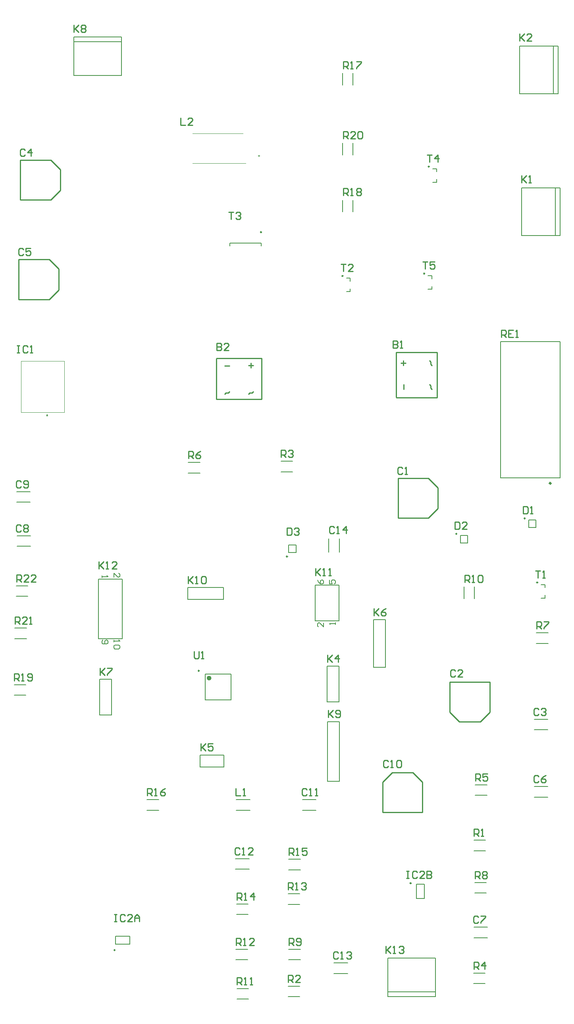
<source format=gto>
G04*
G04 #@! TF.GenerationSoftware,Altium Limited,Altium Designer,23.2.1 (34)*
G04*
G04 Layer_Color=65535*
%FSLAX25Y25*%
%MOIN*%
G70*
G04*
G04 #@! TF.SameCoordinates,93AA6E6A-2443-478F-AA38-481D138D9A8A*
G04*
G04*
G04 #@! TF.FilePolarity,Positive*
G04*
G01*
G75*
%ADD10C,0.00984*%
%ADD11C,0.01575*%
%ADD12C,0.01181*%
%ADD13C,0.01968*%
%ADD14C,0.00787*%
%ADD15C,0.00500*%
%ADD16C,0.00394*%
%ADD17C,0.01000*%
%ADD18C,0.00800*%
D10*
X526992Y361221D02*
G03*
X526992Y361221I-492J0D01*
G01*
X459118Y402067D02*
G03*
X459118Y402067I-492J0D01*
G01*
X516555Y415067D02*
G03*
X516555Y415067I-492J0D01*
G01*
X420724Y108890D02*
G03*
X420724Y108890I-492J0D01*
G01*
X172102Y52732D02*
G03*
X172102Y52732I-492J0D01*
G01*
X242750Y287122D02*
G03*
X242750Y287122I-492J0D01*
G01*
X316925Y383063D02*
G03*
X316925Y383063I-492J0D01*
G01*
X363555Y618480D02*
G03*
X363555Y618480I-492J0D01*
G01*
X295102Y655272D02*
G03*
X295102Y655272I-492J0D01*
G01*
X435992Y710240D02*
G03*
X435992Y710240I-492J0D01*
G01*
X432055Y620480D02*
G03*
X432055Y620480I-492J0D01*
G01*
D11*
X537948Y444457D02*
G03*
X537948Y444457I-495J0D01*
G01*
D12*
X115000Y501642D02*
G03*
X115000Y501248I0J-197D01*
G01*
D02*
G03*
X115000Y501642I0J197D01*
G01*
D13*
X252004Y280980D02*
G03*
X252004Y280980I-984J0D01*
G01*
D14*
X292965Y719594D02*
G03*
X292965Y718807I0J-394D01*
G01*
D02*
G03*
X292965Y719594I0J394D01*
G01*
X529787Y359488D02*
X532996D01*
Y356890D02*
Y359488D01*
X529787Y347992D02*
X532996D01*
Y350591D01*
X495736Y449169D02*
Y563342D01*
X545736D01*
Y449169D02*
Y563342D01*
X495736Y449169D02*
X545736D01*
X465071Y347826D02*
Y357692D01*
X473929Y347826D02*
Y357692D01*
X525826Y318929D02*
X535692D01*
X525826Y310071D02*
X535692D01*
X233567Y461929D02*
X243433D01*
X233567Y453071D02*
X243433D01*
X311308Y462929D02*
X321174D01*
X311308Y454071D02*
X321174D01*
X461992Y394252D02*
Y400748D01*
Y394252D02*
X468134D01*
Y400748D01*
X461992D02*
X468134D01*
X519429Y407252D02*
Y413748D01*
Y407252D02*
X525571D01*
Y413748D01*
X519429D02*
X525571D01*
X317326Y91071D02*
X327192D01*
X317326Y99929D02*
X327192D01*
X317826Y128929D02*
X327692D01*
X317826Y120071D02*
X327692D01*
X274067Y91429D02*
X283933D01*
X274067Y82571D02*
X283933D01*
X273567Y53429D02*
X283433D01*
X273567Y44571D02*
X283433D01*
X274326Y11571D02*
X284192D01*
X274326Y20429D02*
X284192D01*
X317808Y53429D02*
X327674D01*
X317808Y44571D02*
X327674D01*
X474067Y100571D02*
X483933D01*
X474067Y109429D02*
X483933D01*
X474567Y191429D02*
X484433D01*
X474567Y182571D02*
X484433D01*
X473067Y33429D02*
X482933D01*
X473067Y24571D02*
X482933D01*
X317308Y13571D02*
X327174D01*
X317308Y22429D02*
X327174D01*
X473308Y136071D02*
X483174D01*
X473308Y144929D02*
X483174D01*
X425154Y95898D02*
X431846D01*
X425154Y108102D02*
X431846D01*
Y95898D02*
Y108102D01*
X425154Y95898D02*
Y108102D01*
X184602Y57654D02*
Y64346D01*
X172398Y57654D02*
Y64346D01*
X184602D01*
X172398Y57654D02*
X184602D01*
X355932Y33059D02*
X367373D01*
X355932Y41941D02*
X367373D01*
X273279Y120559D02*
X284721D01*
X273279Y129441D02*
X284721D01*
X473432Y63059D02*
X484873D01*
X473432Y71941D02*
X484873D01*
X524127Y181059D02*
X535568D01*
X524127Y189941D02*
X535568D01*
X524127Y237559D02*
X535568D01*
X524127Y246441D02*
X535568D01*
X247673Y262673D02*
Y284327D01*
Y262673D02*
X269327D01*
Y284327D01*
X247673D02*
X269327D01*
X89067Y349571D02*
X98933D01*
X89067Y358429D02*
X98933D01*
X87826Y314071D02*
X97692D01*
X87826Y322929D02*
X97692D01*
X87326Y275429D02*
X97192D01*
X87326Y266571D02*
X97192D01*
X198826Y178929D02*
X208692D01*
X198826Y170071D02*
X208692D01*
X273932Y178941D02*
X285373D01*
X273932Y170059D02*
X285373D01*
X158000Y314000D02*
X178000D01*
X158000Y364000D02*
X178000D01*
Y314000D02*
Y364000D01*
X158000Y314000D02*
Y364000D01*
X360000Y339833D02*
Y359000D01*
Y329000D02*
Y359000D01*
X340000Y329000D02*
Y359000D01*
Y329000D02*
X360000D01*
X340000Y359000D02*
X360000D01*
X263000Y347000D02*
Y357000D01*
X233000Y347000D02*
X263000D01*
X233000D02*
Y357000D01*
X263000D01*
X350500Y244500D02*
X360500D01*
Y194500D02*
Y244500D01*
X350500Y194500D02*
Y244500D01*
Y194500D02*
X360500D01*
X159000Y250000D02*
X169000D01*
X159000D02*
Y280000D01*
X169000D01*
Y250000D02*
Y280000D01*
X389000Y330000D02*
X399000D01*
Y290000D02*
Y330000D01*
X389000Y290000D02*
Y330000D01*
Y290000D02*
X399000D01*
X243500Y216500D02*
X263500D01*
X243500Y206500D02*
Y216500D01*
Y206500D02*
X263500D01*
Y216500D01*
X350000Y261000D02*
X360000D01*
X350000D02*
Y291000D01*
X360000D01*
Y261000D02*
Y291000D01*
X317752Y386429D02*
X324248D01*
Y392571D01*
X317752D02*
X324248D01*
X317752Y386429D02*
Y392571D01*
X351559Y386627D02*
Y398068D01*
X360441Y386627D02*
Y398068D01*
X329432Y170059D02*
X340873D01*
X329432Y178941D02*
X340873D01*
X89432Y428559D02*
X100873D01*
X89432Y437441D02*
X100873D01*
X89627Y391559D02*
X101068D01*
X89627Y400441D02*
X101068D01*
X369559Y605252D02*
Y607850D01*
X366350Y605252D02*
X369559D01*
Y614150D02*
Y616748D01*
X366350D02*
X369559D01*
X363071Y778826D02*
Y788692D01*
X371929Y778826D02*
Y788692D01*
Y672308D02*
Y682174D01*
X363071Y672308D02*
Y682174D01*
X268311Y643657D02*
Y646020D01*
X294689D01*
Y643657D02*
Y646020D01*
X441996Y697012D02*
Y699610D01*
X438787Y697012D02*
X441996D01*
Y705909D02*
Y708508D01*
X438787D02*
X441996D01*
X438059Y607252D02*
Y609850D01*
X434850Y607252D02*
X438059D01*
Y616150D02*
Y618748D01*
X434850D02*
X438059D01*
X363071Y720067D02*
Y729933D01*
X371929Y720067D02*
Y729933D01*
D15*
X540205Y771500D02*
Y811500D01*
X511858Y771500D02*
X540205D01*
X544142D01*
Y811500D01*
X540205D02*
X544142D01*
X511858D02*
X540205D01*
X511858Y771500D02*
Y811500D01*
X541705Y652500D02*
Y692500D01*
X513358Y652500D02*
X541705D01*
X545642D01*
Y692500D01*
X541705D02*
X545642D01*
X513358D02*
X541705D01*
X513358Y652500D02*
Y692500D01*
X401000Y17795D02*
X441000D01*
X401000D02*
Y46142D01*
Y13858D02*
Y17795D01*
Y13858D02*
X441000D01*
Y17795D01*
Y46142D01*
X401000D02*
X441000D01*
X137500Y786858D02*
X177500D01*
X137500D02*
Y815205D01*
Y819142D01*
X177500D01*
Y815205D02*
Y819142D01*
Y786858D02*
Y815205D01*
X137500D02*
X177500D01*
D16*
X92953Y504201D02*
Y547114D01*
X129567D01*
Y504201D02*
Y547114D01*
X92953Y504201D02*
X129567D01*
X237098Y713098D02*
X281902D01*
X237098Y737902D02*
X279500D01*
D17*
X116768Y632232D02*
X124732Y624268D01*
Y615500D02*
Y624268D01*
Y606768D02*
Y615500D01*
X116732Y598768D02*
X124732Y606768D01*
X91268Y598768D02*
X116732D01*
X91268D02*
Y632197D01*
X91232Y632232D02*
X116768D01*
X118079Y715732D02*
X126043Y707768D01*
Y699000D02*
Y707768D01*
Y690268D02*
Y699000D01*
X118043Y682268D02*
X126043Y690268D01*
X92579Y682268D02*
X118043D01*
X92579D02*
Y715697D01*
X92543Y715732D02*
X118079D01*
X435268Y448732D02*
X443232Y440768D01*
Y432000D02*
Y440768D01*
Y423268D02*
Y432000D01*
X435232Y415268D02*
X443232Y423268D01*
X409768Y415268D02*
X435232D01*
X409768D02*
Y448697D01*
X409732Y448732D02*
X435268D01*
X267803Y515071D02*
X276000D01*
X256993D02*
X263221D01*
X256993D02*
Y534077D01*
X263221Y515071D02*
X267803D01*
X276000D02*
X277969D01*
X256993Y548993D02*
X257327Y549327D01*
X269504D01*
X295007Y534077D02*
Y549327D01*
X282496D02*
X295007D01*
X256993Y534077D02*
Y548993D01*
X295007Y532000D02*
Y534077D01*
Y515071D02*
Y532000D01*
X269504Y549327D02*
X282496D01*
X277969Y515071D02*
X295007D01*
X442429Y527303D02*
Y535500D01*
Y516493D02*
Y522721D01*
X423423Y516493D02*
X442429D01*
Y522721D02*
Y527303D01*
Y535500D02*
Y537469D01*
X408173Y516827D02*
X408507Y516493D01*
X408173Y516827D02*
Y529004D01*
Y554507D02*
X423423D01*
X408173Y541996D02*
Y554507D01*
X408507Y516493D02*
X423423D01*
Y554507D02*
X425500D01*
X442429D01*
X408173Y529004D02*
Y541996D01*
X442429Y537469D02*
Y554507D01*
X478768Y244268D02*
X486732Y252232D01*
X470000Y244268D02*
X478768D01*
X461268D02*
X470000D01*
X453268Y252268D02*
X461268Y244268D01*
X453268Y252268D02*
Y277732D01*
X486697D01*
X486732Y252232D02*
Y277768D01*
X396768Y193768D02*
X404732Y201732D01*
X413500D01*
X422232D01*
X430232Y193732D01*
Y168268D02*
Y193732D01*
X396803Y168268D02*
X430232D01*
X396768Y168232D02*
Y193768D01*
X264000Y519500D02*
X265000Y520500D01*
X266999D01*
X267999Y521499D01*
X284000Y519500D02*
X285000Y520500D01*
X286999D01*
X287999Y521499D01*
X264000Y543000D02*
X267999D01*
X284000Y543499D02*
X287999D01*
X285999Y545499D02*
Y541500D01*
X438000Y523500D02*
X437000Y524500D01*
Y526499D01*
X436001Y527499D01*
X438000Y543500D02*
X437000Y544500D01*
Y546499D01*
X436001Y547499D01*
X414500Y523500D02*
Y527499D01*
X414001Y543500D02*
Y547499D01*
X412001Y545499D02*
X416000D01*
X238600Y303398D02*
Y298400D01*
X239600Y297400D01*
X241599D01*
X242599Y298400D01*
Y303398D01*
X244598Y297400D02*
X246597D01*
X245598D01*
Y303398D01*
X244598Y302398D01*
X430300Y630498D02*
X434299D01*
X432299D01*
Y624500D01*
X440297Y630498D02*
X436298D01*
Y627499D01*
X438297Y628499D01*
X439297D01*
X440297Y627499D01*
Y625500D01*
X439297Y624500D01*
X437298D01*
X436298Y625500D01*
X434200Y720198D02*
X438199D01*
X436199D01*
Y714200D01*
X443197D02*
Y720198D01*
X440198Y717199D01*
X444197D01*
X267300Y671898D02*
X271299D01*
X269299D01*
Y665900D01*
X273298Y670898D02*
X274298Y671898D01*
X276297D01*
X277297Y670898D01*
Y669899D01*
X276297Y668899D01*
X275297D01*
X276297D01*
X277297Y667899D01*
Y666900D01*
X276297Y665900D01*
X274298D01*
X273298Y666900D01*
X361800Y628498D02*
X365799D01*
X363799D01*
Y622500D01*
X371797D02*
X367798D01*
X371797Y626499D01*
Y627498D01*
X370797Y628498D01*
X368798D01*
X367798Y627498D01*
X525200Y371198D02*
X529199D01*
X527199D01*
Y365200D01*
X531198D02*
X533197D01*
X532198D01*
Y371198D01*
X531198Y370198D01*
X496300Y566900D02*
Y572898D01*
X499299D01*
X500299Y571898D01*
Y569899D01*
X499299Y568899D01*
X496300D01*
X498299D02*
X500299Y566900D01*
X506297Y572898D02*
X502298D01*
Y566900D01*
X506297D01*
X502298Y569899D02*
X504297D01*
X508296Y566900D02*
X510295D01*
X509296D01*
Y572898D01*
X508296Y571898D01*
X89300Y361800D02*
Y367798D01*
X92299D01*
X93299Y366798D01*
Y364799D01*
X92299Y363799D01*
X89300D01*
X91299D02*
X93299Y361800D01*
X99297D02*
X95298D01*
X99297Y365799D01*
Y366798D01*
X98297Y367798D01*
X96298D01*
X95298Y366798D01*
X105295Y361800D02*
X101296D01*
X105295Y365799D01*
Y366798D01*
X104295Y367798D01*
X102296D01*
X101296Y366798D01*
X88000Y326300D02*
Y332298D01*
X90999D01*
X91999Y331298D01*
Y329299D01*
X90999Y328299D01*
X88000D01*
X89999D02*
X91999Y326300D01*
X97997D02*
X93998D01*
X97997Y330299D01*
Y331298D01*
X96997Y332298D01*
X94998D01*
X93998Y331298D01*
X99996Y326300D02*
X101996D01*
X100996D01*
Y332298D01*
X99996Y331298D01*
X363700Y733700D02*
Y739698D01*
X366699D01*
X367699Y738698D01*
Y736699D01*
X366699Y735699D01*
X363700D01*
X365699D02*
X367699Y733700D01*
X373697D02*
X369698D01*
X373697Y737699D01*
Y738698D01*
X372697Y739698D01*
X370698D01*
X369698Y738698D01*
X375696D02*
X376696Y739698D01*
X378695D01*
X379695Y738698D01*
Y734700D01*
X378695Y733700D01*
X376696D01*
X375696Y734700D01*
Y738698D01*
X87500Y278800D02*
Y284798D01*
X90499D01*
X91499Y283798D01*
Y281799D01*
X90499Y280799D01*
X87500D01*
X89499D02*
X91499Y278800D01*
X93498D02*
X95497D01*
X94498D01*
Y284798D01*
X93498Y283798D01*
X98496Y279800D02*
X99496Y278800D01*
X101496D01*
X102495Y279800D01*
Y283798D01*
X101496Y284798D01*
X99496D01*
X98496Y283798D01*
Y282799D01*
X99496Y281799D01*
X102495D01*
X363700Y686000D02*
Y691998D01*
X366699D01*
X367699Y690998D01*
Y688999D01*
X366699Y687999D01*
X363700D01*
X365699D02*
X367699Y686000D01*
X369698D02*
X371697D01*
X370698D01*
Y691998D01*
X369698Y690998D01*
X374696D02*
X375696Y691998D01*
X377695D01*
X378695Y690998D01*
Y689999D01*
X377695Y688999D01*
X378695Y687999D01*
Y687000D01*
X377695Y686000D01*
X375696D01*
X374696Y687000D01*
Y687999D01*
X375696Y688999D01*
X374696Y689999D01*
Y690998D01*
X375696Y688999D02*
X377695D01*
X363700Y792500D02*
Y798498D01*
X366699D01*
X367699Y797498D01*
Y795499D01*
X366699Y794499D01*
X363700D01*
X365699D02*
X367699Y792500D01*
X369698D02*
X371697D01*
X370698D01*
Y798498D01*
X369698Y797498D01*
X374696Y798498D02*
X378695D01*
Y797498D01*
X374696Y793500D01*
Y792500D01*
X199000Y182300D02*
Y188298D01*
X201999D01*
X202999Y187298D01*
Y185299D01*
X201999Y184299D01*
X199000D01*
X200999D02*
X202999Y182300D01*
X204998D02*
X206997D01*
X205998D01*
Y188298D01*
X204998Y187298D01*
X213995Y188298D02*
X211996Y187298D01*
X209996Y185299D01*
Y183300D01*
X210996Y182300D01*
X212996D01*
X213995Y183300D01*
Y184299D01*
X212996Y185299D01*
X209996D01*
X318000Y132300D02*
Y138298D01*
X320999D01*
X321999Y137298D01*
Y135299D01*
X320999Y134299D01*
X318000D01*
X319999D02*
X321999Y132300D01*
X323998D02*
X325997D01*
X324998D01*
Y138298D01*
X323998Y137298D01*
X332995Y138298D02*
X328996D01*
Y135299D01*
X330996Y136299D01*
X331996D01*
X332995Y135299D01*
Y133300D01*
X331996Y132300D01*
X329996D01*
X328996Y133300D01*
X274300Y94800D02*
Y100798D01*
X277299D01*
X278299Y99798D01*
Y97799D01*
X277299Y96799D01*
X274300D01*
X276299D02*
X278299Y94800D01*
X280298D02*
X282297D01*
X281298D01*
Y100798D01*
X280298Y99798D01*
X288296Y94800D02*
Y100798D01*
X285296Y97799D01*
X289295D01*
X317500Y103300D02*
Y109298D01*
X320499D01*
X321499Y108298D01*
Y106299D01*
X320499Y105299D01*
X317500D01*
X319499D02*
X321499Y103300D01*
X323498D02*
X325497D01*
X324498D01*
Y109298D01*
X323498Y108298D01*
X328496D02*
X329496Y109298D01*
X331495D01*
X332495Y108298D01*
Y107299D01*
X331495Y106299D01*
X330496D01*
X331495D01*
X332495Y105299D01*
Y104300D01*
X331495Y103300D01*
X329496D01*
X328496Y104300D01*
X273800Y56800D02*
Y62798D01*
X276799D01*
X277799Y61798D01*
Y59799D01*
X276799Y58799D01*
X273800D01*
X275799D02*
X277799Y56800D01*
X279798D02*
X281797D01*
X280798D01*
Y62798D01*
X279798Y61798D01*
X288795Y56800D02*
X284796D01*
X288795Y60799D01*
Y61798D01*
X287795Y62798D01*
X285796D01*
X284796Y61798D01*
X274500Y23800D02*
Y29798D01*
X277499D01*
X278499Y28798D01*
Y26799D01*
X277499Y25799D01*
X274500D01*
X276499D02*
X278499Y23800D01*
X280498D02*
X282497D01*
X281498D01*
Y29798D01*
X280498Y28798D01*
X285496Y23800D02*
X287496D01*
X286496D01*
Y29798D01*
X285496Y28798D01*
X465700Y361500D02*
Y367498D01*
X468699D01*
X469699Y366498D01*
Y364499D01*
X468699Y363499D01*
X465700D01*
X467699D02*
X469699Y361500D01*
X471698D02*
X473697D01*
X472698D01*
Y367498D01*
X471698Y366498D01*
X476696D02*
X477696Y367498D01*
X479696D01*
X480695Y366498D01*
Y362500D01*
X479696Y361500D01*
X477696D01*
X476696Y362500D01*
Y366498D01*
X318000Y56800D02*
Y62798D01*
X320999D01*
X321999Y61798D01*
Y59799D01*
X320999Y58799D01*
X318000D01*
X319999D02*
X321999Y56800D01*
X323998Y57800D02*
X324998Y56800D01*
X326997D01*
X327997Y57800D01*
Y61798D01*
X326997Y62798D01*
X324998D01*
X323998Y61798D01*
Y60799D01*
X324998Y59799D01*
X327997D01*
X474300Y112800D02*
Y118798D01*
X477299D01*
X478299Y117798D01*
Y115799D01*
X477299Y114799D01*
X474300D01*
X476299D02*
X478299Y112800D01*
X480298Y117798D02*
X481298Y118798D01*
X483297D01*
X484297Y117798D01*
Y116799D01*
X483297Y115799D01*
X484297Y114799D01*
Y113800D01*
X483297Y112800D01*
X481298D01*
X480298Y113800D01*
Y114799D01*
X481298Y115799D01*
X480298Y116799D01*
Y117798D01*
X481298Y115799D02*
X483297D01*
X526000Y322300D02*
Y328298D01*
X528999D01*
X529999Y327298D01*
Y325299D01*
X528999Y324299D01*
X526000D01*
X527999D02*
X529999Y322300D01*
X531998Y328298D02*
X535997D01*
Y327298D01*
X531998Y323300D01*
Y322300D01*
X233800Y465300D02*
Y471298D01*
X236799D01*
X237799Y470298D01*
Y468299D01*
X236799Y467299D01*
X233800D01*
X235799D02*
X237799Y465300D01*
X243797Y471298D02*
X241797Y470298D01*
X239798Y468299D01*
Y466300D01*
X240798Y465300D01*
X242797D01*
X243797Y466300D01*
Y467299D01*
X242797Y468299D01*
X239798D01*
X474800Y194800D02*
Y200798D01*
X477799D01*
X478799Y199798D01*
Y197799D01*
X477799Y196799D01*
X474800D01*
X476799D02*
X478799Y194800D01*
X484797Y200798D02*
X480798D01*
Y197799D01*
X482797Y198799D01*
X483797D01*
X484797Y197799D01*
Y195800D01*
X483797Y194800D01*
X481798D01*
X480798Y195800D01*
X473300Y36800D02*
Y42798D01*
X476299D01*
X477299Y41798D01*
Y39799D01*
X476299Y38799D01*
X473300D01*
X475299D02*
X477299Y36800D01*
X482297D02*
Y42798D01*
X479298Y39799D01*
X483297D01*
X311500Y466300D02*
Y472298D01*
X314499D01*
X315499Y471298D01*
Y469299D01*
X314499Y468299D01*
X311500D01*
X313499D02*
X315499Y466300D01*
X317498Y471298D02*
X318498Y472298D01*
X320497D01*
X321497Y471298D01*
Y470299D01*
X320497Y469299D01*
X319497D01*
X320497D01*
X321497Y468299D01*
Y467300D01*
X320497Y466300D01*
X318498D01*
X317498Y467300D01*
X317500Y25800D02*
Y31798D01*
X320499D01*
X321499Y30798D01*
Y28799D01*
X320499Y27799D01*
X317500D01*
X319499D02*
X321499Y25800D01*
X327497D02*
X323498D01*
X327497Y29799D01*
Y30798D01*
X326497Y31798D01*
X324498D01*
X323498Y30798D01*
X473500Y148300D02*
Y154298D01*
X476499D01*
X477499Y153298D01*
Y151299D01*
X476499Y150299D01*
X473500D01*
X475499D02*
X477499Y148300D01*
X479498D02*
X481497D01*
X480498D01*
Y154298D01*
X479498Y153298D01*
X227100Y750998D02*
Y745000D01*
X231099D01*
X237097D02*
X233098D01*
X237097Y748999D01*
Y749998D01*
X236097Y750998D01*
X234098D01*
X233098Y749998D01*
X273600Y188298D02*
Y182300D01*
X277599D01*
X279598D02*
X281597D01*
X280598D01*
Y188298D01*
X279598Y187298D01*
X399600Y56198D02*
Y50200D01*
Y52199D01*
X403599Y56198D01*
X400600Y53199D01*
X403599Y50200D01*
X405598D02*
X407597D01*
X406598D01*
Y56198D01*
X405598Y55198D01*
X410596D02*
X411596Y56198D01*
X413595D01*
X414595Y55198D01*
Y54199D01*
X413595Y53199D01*
X412596D01*
X413595D01*
X414595Y52199D01*
Y51200D01*
X413595Y50200D01*
X411596D01*
X410596Y51200D01*
X158600Y378798D02*
Y372800D01*
Y374799D01*
X162599Y378798D01*
X159600Y375799D01*
X162599Y372800D01*
X164598D02*
X166597D01*
X165598D01*
Y378798D01*
X164598Y377798D01*
X173595Y372800D02*
X169596D01*
X173595Y376799D01*
Y377798D01*
X172596Y378798D01*
X170596D01*
X169596Y377798D01*
X340600Y373098D02*
Y367100D01*
Y369099D01*
X344599Y373098D01*
X341600Y370099D01*
X344599Y367100D01*
X346598D02*
X348597D01*
X347598D01*
Y373098D01*
X346598Y372098D01*
X351596Y367100D02*
X353596D01*
X352596D01*
Y373098D01*
X351596Y372098D01*
X233600Y366398D02*
Y360400D01*
Y362399D01*
X237599Y366398D01*
X234600Y363399D01*
X237599Y360400D01*
X239598D02*
X241597D01*
X240598D01*
Y366398D01*
X239598Y365398D01*
X244596D02*
X245596Y366398D01*
X247596D01*
X248595Y365398D01*
Y361400D01*
X247596Y360400D01*
X245596D01*
X244596Y361400D01*
Y365398D01*
X351100Y253898D02*
Y247900D01*
Y249899D01*
X355099Y253898D01*
X352100Y250899D01*
X355099Y247900D01*
X357098Y248900D02*
X358098Y247900D01*
X360097D01*
X361097Y248900D01*
Y252898D01*
X360097Y253898D01*
X358098D01*
X357098Y252898D01*
Y251899D01*
X358098Y250899D01*
X361097D01*
X137400Y829198D02*
Y823200D01*
Y825199D01*
X141399Y829198D01*
X138400Y826199D01*
X141399Y823200D01*
X143398Y828198D02*
X144398Y829198D01*
X146397D01*
X147397Y828198D01*
Y827199D01*
X146397Y826199D01*
X147397Y825199D01*
Y824200D01*
X146397Y823200D01*
X144398D01*
X143398Y824200D01*
Y825199D01*
X144398Y826199D01*
X143398Y827199D01*
Y828198D01*
X144398Y826199D02*
X146397D01*
X159600Y289398D02*
Y283400D01*
Y285399D01*
X163599Y289398D01*
X160600Y286399D01*
X163599Y283400D01*
X165598Y289398D02*
X169597D01*
Y288398D01*
X165598Y284400D01*
Y283400D01*
X389600Y339398D02*
Y333400D01*
Y335399D01*
X393599Y339398D01*
X390600Y336399D01*
X393599Y333400D01*
X399597Y339398D02*
X397597Y338398D01*
X395598Y336399D01*
Y334400D01*
X396598Y333400D01*
X398597D01*
X399597Y334400D01*
Y335399D01*
X398597Y336399D01*
X395598D01*
X244100Y225898D02*
Y219900D01*
Y221899D01*
X248099Y225898D01*
X245100Y222899D01*
X248099Y219900D01*
X254097Y225898D02*
X250098D01*
Y222899D01*
X252097Y223899D01*
X253097D01*
X254097Y222899D01*
Y220900D01*
X253097Y219900D01*
X251098D01*
X250098Y220900D01*
X350600Y300398D02*
Y294400D01*
Y296399D01*
X354599Y300398D01*
X351600Y297399D01*
X354599Y294400D01*
X359597D02*
Y300398D01*
X356598Y297399D01*
X360597D01*
X511800Y821598D02*
Y815600D01*
Y817599D01*
X515799Y821598D01*
X512800Y818599D01*
X515799Y815600D01*
X521797D02*
X517798D01*
X521797Y819599D01*
Y820598D01*
X520797Y821598D01*
X518798D01*
X517798Y820598D01*
X513300Y702598D02*
Y696600D01*
Y698599D01*
X517299Y702598D01*
X514300Y699599D01*
X517299Y696600D01*
X519298D02*
X521297D01*
X520298D01*
Y702598D01*
X519298Y701598D01*
X416800Y118898D02*
X418799D01*
X417800D01*
Y112900D01*
X416800D01*
X418799D01*
X425797Y117898D02*
X424797Y118898D01*
X422798D01*
X421798Y117898D01*
Y113900D01*
X422798Y112900D01*
X424797D01*
X425797Y113900D01*
X431795Y112900D02*
X427796D01*
X431795Y116899D01*
Y117898D01*
X430795Y118898D01*
X428796D01*
X427796Y117898D01*
X433794Y118898D02*
Y112900D01*
X436794D01*
X437793Y113900D01*
Y114899D01*
X436794Y115899D01*
X433794D01*
X436794D01*
X437793Y116899D01*
Y117898D01*
X436794Y118898D01*
X433794D01*
X171600Y82698D02*
X173599D01*
X172600D01*
Y76700D01*
X171600D01*
X173599D01*
X180597Y81698D02*
X179597Y82698D01*
X177598D01*
X176598Y81698D01*
Y77700D01*
X177598Y76700D01*
X179597D01*
X180597Y77700D01*
X186595Y76700D02*
X182596D01*
X186595Y80699D01*
Y81698D01*
X185596Y82698D01*
X183596D01*
X182596Y81698D01*
X188594Y76700D02*
Y80699D01*
X190594Y82698D01*
X192593Y80699D01*
Y76700D01*
Y79699D01*
X188594D01*
X89800Y560198D02*
X91799D01*
X90800D01*
Y554200D01*
X89800D01*
X91799D01*
X98797Y559198D02*
X97797Y560198D01*
X95798D01*
X94798Y559198D01*
Y555200D01*
X95798Y554200D01*
X97797D01*
X98797Y555200D01*
X100796Y554200D02*
X102796D01*
X101796D01*
Y560198D01*
X100796Y559198D01*
X316400Y407198D02*
Y401200D01*
X319399D01*
X320399Y402200D01*
Y406198D01*
X319399Y407198D01*
X316400D01*
X322398Y406198D02*
X323398Y407198D01*
X325397D01*
X326397Y406198D01*
Y405199D01*
X325397Y404199D01*
X324397D01*
X325397D01*
X326397Y403199D01*
Y402200D01*
X325397Y401200D01*
X323398D01*
X322398Y402200D01*
X457300Y412098D02*
Y406100D01*
X460299D01*
X461299Y407100D01*
Y411098D01*
X460299Y412098D01*
X457300D01*
X467297Y406100D02*
X463298D01*
X467297Y410099D01*
Y411098D01*
X466297Y412098D01*
X464298D01*
X463298Y411098D01*
X514800Y425098D02*
Y419100D01*
X517799D01*
X518799Y420100D01*
Y424098D01*
X517799Y425098D01*
X514800D01*
X520798Y419100D02*
X522797D01*
X521798D01*
Y425098D01*
X520798Y424098D01*
X356199Y407398D02*
X355199Y408398D01*
X353200D01*
X352200Y407398D01*
Y403400D01*
X353200Y402400D01*
X355199D01*
X356199Y403400D01*
X358198Y402400D02*
X360197D01*
X359198D01*
Y408398D01*
X358198Y407398D01*
X366196Y402400D02*
Y408398D01*
X363196Y405399D01*
X367195D01*
X359599Y50298D02*
X358599Y51298D01*
X356600D01*
X355600Y50298D01*
Y46300D01*
X356600Y45300D01*
X358599D01*
X359599Y46300D01*
X361598Y45300D02*
X363597D01*
X362598D01*
Y51298D01*
X361598Y50298D01*
X366596D02*
X367596Y51298D01*
X369596D01*
X370595Y50298D01*
Y49299D01*
X369596Y48299D01*
X368596D01*
X369596D01*
X370595Y47299D01*
Y46300D01*
X369596Y45300D01*
X367596D01*
X366596Y46300D01*
X276899Y137798D02*
X275899Y138798D01*
X273900D01*
X272900Y137798D01*
Y133800D01*
X273900Y132800D01*
X275899D01*
X276899Y133800D01*
X278898Y132800D02*
X280897D01*
X279898D01*
Y138798D01*
X278898Y137798D01*
X287895Y132800D02*
X283896D01*
X287895Y136799D01*
Y137798D01*
X286895Y138798D01*
X284896D01*
X283896Y137798D01*
X333099Y187298D02*
X332099Y188298D01*
X330100D01*
X329100Y187298D01*
Y183300D01*
X330100Y182300D01*
X332099D01*
X333099Y183300D01*
X335098Y182300D02*
X337097D01*
X336098D01*
Y188298D01*
X335098Y187298D01*
X340096Y182300D02*
X342096D01*
X341096D01*
Y188298D01*
X340096Y187298D01*
X401299Y210898D02*
X400299Y211898D01*
X398300D01*
X397300Y210898D01*
Y206900D01*
X398300Y205900D01*
X400299D01*
X401299Y206900D01*
X403298Y205900D02*
X405297D01*
X404298D01*
Y211898D01*
X403298Y210898D01*
X408296D02*
X409296Y211898D01*
X411296D01*
X412295Y210898D01*
Y206900D01*
X411296Y205900D01*
X409296D01*
X408296Y206900D01*
Y210898D01*
X93099Y445798D02*
X92099Y446798D01*
X90100D01*
X89100Y445798D01*
Y441800D01*
X90100Y440800D01*
X92099D01*
X93099Y441800D01*
X95098D02*
X96098Y440800D01*
X98097D01*
X99097Y441800D01*
Y445798D01*
X98097Y446798D01*
X96098D01*
X95098Y445798D01*
Y444799D01*
X96098Y443799D01*
X99097D01*
X93199Y408798D02*
X92199Y409798D01*
X90200D01*
X89200Y408798D01*
Y404800D01*
X90200Y403800D01*
X92199D01*
X93199Y404800D01*
X95198Y408798D02*
X96198Y409798D01*
X98197D01*
X99197Y408798D01*
Y407799D01*
X98197Y406799D01*
X99197Y405799D01*
Y404800D01*
X98197Y403800D01*
X96198D01*
X95198Y404800D01*
Y405799D01*
X96198Y406799D01*
X95198Y407799D01*
Y408798D01*
X96198Y406799D02*
X98197D01*
X477099Y80298D02*
X476099Y81298D01*
X474100D01*
X473100Y80298D01*
Y76300D01*
X474100Y75300D01*
X476099D01*
X477099Y76300D01*
X479098Y81298D02*
X483097D01*
Y80298D01*
X479098Y76300D01*
Y75300D01*
X527699Y198298D02*
X526699Y199298D01*
X524700D01*
X523700Y198298D01*
Y194300D01*
X524700Y193300D01*
X526699D01*
X527699Y194300D01*
X533697Y199298D02*
X531697Y198298D01*
X529698Y196299D01*
Y194300D01*
X530698Y193300D01*
X532697D01*
X533697Y194300D01*
Y195299D01*
X532697Y196299D01*
X529698D01*
X95099Y640698D02*
X94099Y641698D01*
X92100D01*
X91100Y640698D01*
Y636700D01*
X92100Y635700D01*
X94099D01*
X95099Y636700D01*
X101097Y641698D02*
X97098D01*
Y638699D01*
X99097Y639699D01*
X100097D01*
X101097Y638699D01*
Y636700D01*
X100097Y635700D01*
X98098D01*
X97098Y636700D01*
X96399Y724198D02*
X95399Y725198D01*
X93400D01*
X92400Y724198D01*
Y720200D01*
X93400Y719200D01*
X95399D01*
X96399Y720200D01*
X101397Y719200D02*
Y725198D01*
X98398Y722199D01*
X102397D01*
X527699Y254798D02*
X526699Y255798D01*
X524700D01*
X523700Y254798D01*
Y250800D01*
X524700Y249800D01*
X526699D01*
X527699Y250800D01*
X529698Y254798D02*
X530698Y255798D01*
X532697D01*
X533697Y254798D01*
Y253799D01*
X532697Y252799D01*
X531697D01*
X532697D01*
X533697Y251799D01*
Y250800D01*
X532697Y249800D01*
X530698D01*
X529698Y250800D01*
X457799Y286898D02*
X456799Y287898D01*
X454800D01*
X453800Y286898D01*
Y282900D01*
X454800Y281900D01*
X456799D01*
X457799Y282900D01*
X463797Y281900D02*
X459798D01*
X463797Y285899D01*
Y286898D01*
X462797Y287898D01*
X460798D01*
X459798Y286898D01*
X413599Y457198D02*
X412599Y458198D01*
X410600D01*
X409600Y457198D01*
Y453200D01*
X410600Y452200D01*
X412599D01*
X413599Y453200D01*
X415598Y452200D02*
X417597D01*
X416598D01*
Y458198D01*
X415598Y457198D01*
X257500Y561898D02*
Y555900D01*
X260499D01*
X261499Y556900D01*
Y557899D01*
X260499Y558899D01*
X257500D01*
X260499D01*
X261499Y559899D01*
Y560898D01*
X260499Y561898D01*
X257500D01*
X267497Y555900D02*
X263498D01*
X267497Y559899D01*
Y560898D01*
X266497Y561898D01*
X264498D01*
X263498Y560898D01*
X405600Y563998D02*
Y558000D01*
X408599D01*
X409599Y559000D01*
Y559999D01*
X408599Y560999D01*
X405600D01*
X408599D01*
X409599Y561999D01*
Y562998D01*
X408599Y563998D01*
X405600D01*
X411598Y558000D02*
X413597D01*
X412598D01*
Y563998D01*
X411598Y562998D01*
D18*
X171000Y365668D02*
Y369000D01*
X174332Y365668D01*
X175165D01*
X175998Y366501D01*
Y368167D01*
X175165Y369000D01*
X161000Y367000D02*
Y365334D01*
Y366167D01*
X165998D01*
X165165Y367000D01*
X161833Y313000D02*
X161000Y312167D01*
Y310501D01*
X161833Y309668D01*
X165165D01*
X165998Y310501D01*
Y312167D01*
X165165Y313000D01*
X164332D01*
X163499Y312167D01*
Y309668D01*
X171000Y313000D02*
Y311334D01*
Y312167D01*
X175998D01*
X175165Y313000D01*
Y308835D02*
X175998Y308002D01*
Y306335D01*
X175165Y305502D01*
X171833D01*
X171000Y306335D01*
Y308002D01*
X171833Y308835D01*
X175165D01*
X357000Y326000D02*
Y327666D01*
Y326833D01*
X352002D01*
X352835Y326000D01*
X347000Y327332D02*
Y324000D01*
X343668Y327332D01*
X342835D01*
X342002Y326499D01*
Y324833D01*
X342835Y324000D01*
X352002Y363332D02*
Y360000D01*
X354501D01*
X353668Y361666D01*
Y362499D01*
X354501Y363332D01*
X356167D01*
X357000Y362499D01*
Y360833D01*
X356167Y360000D01*
X342002Y363332D02*
X342835Y361666D01*
X344501Y360000D01*
X346167D01*
X347000Y360833D01*
Y362499D01*
X346167Y363332D01*
X345334D01*
X344501Y362499D01*
Y360000D01*
M02*

</source>
